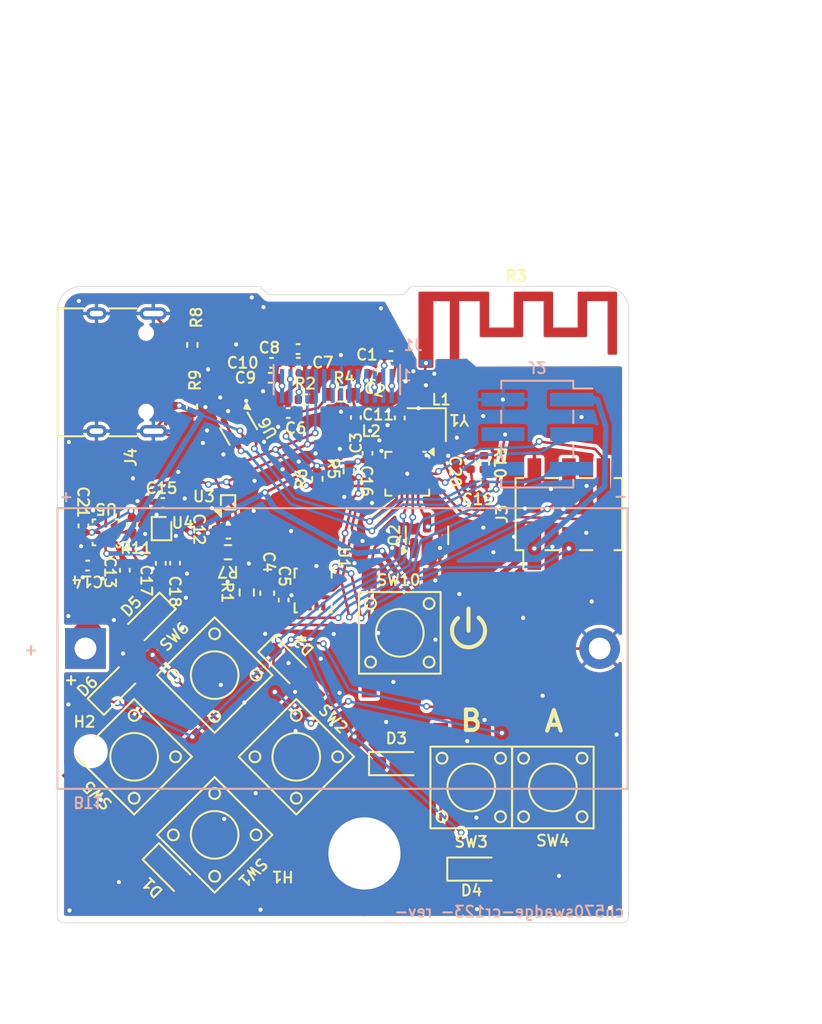
<source format=kicad_pcb>
(kicad_pcb (version 20241229) (generator "pcbnew") (generator_version "9.0")
  (layers (0 "F.Cu" signal) (2 "B.Cu" signal) (13 "F.Paste" user) (15 "B.Paste" user) (5 "F.SilkS" user "F.Silkscreen") (7 "B.SilkS" user "B.Silkscreen") (1 "F.Mask" user) (3 "B.Mask" user) (25 "Edge.Cuts" user))
  (net 0 "")
  (net 1 "+BATT")
  (net 2 "GND")
  (net 3 "+5V")
  (net 4 "VDD")
  (net 5 "VDDBAT")
  (net 6 "LED")
  (net 7 "PA11")
  (net 8 "SWD")
  (net 9 "PA10")
  (net 10 "SWCLK")
  (net 11 "SCL")
  (net 12 "SDA")
  (net 13 "PWRINT")
  (net 14 "Net-(U3-VDD)")
  (net 15 "Net-(U5-VDD)")
  (net 16 "OLEDRES")
  (net 17 "Net-(J1-Pin_1)")
  (net 18 "Net-(J1-Pin_2)")
  (net 19 "Net-(J1-Pin_4)")
  (net 20 "Net-(J1-Pin_3)")
  (net 21 "Net-(U1-VDD)")
  (net 22 "Net-(J1-Pin_13)")
  (net 23 "Net-(J1-Pin_14)")
  (net 24 "Net-(C11-Pad1)")
  (net 25 "Net-(U2-ANT)")
  (net 26 "Net-(D1-A)")
  (net 27 "CP_1")
  (net 28 "Net-(D2-A)")
  (net 29 "CP_2")
  (net 30 "Net-(D3-A)")
  (net 31 "CP_0")
  (net 32 "Net-(D4-A)")
  (net 33 "Net-(D5-A)")
  (net 34 "Net-(D6-A)")
  (net 36 "Net-(J1-Pin_12)")
  (net 37 "PA6")
  (net 39 "Net-(J4-CC2)")
  (net 40 "Net-(J4-CC1)")
  (net 42 "Net-(J1-Pin_5)")
  (net 47 "Net-(U2-XI)")
  (net 48 "Net-(U2-XO)")
  (net 51 "VMON")
  (footprint "Resistor_SMD:R_0603_1608Metric" (layer "F.Cu") (at 83 53.675 90)
    (property "Reference" "R1")
    (property "Value" "33Ω")
  )
  (footprint "Capacitor_SMD:C_0402_1005Metric" (layer "F.Cu") (at 77.73 51.52 -90)
    (property "Reference" "C18")
    (property "Value" "1u")
  )
  (footprint "Diode_SMD:D_SOD-323_HandSoldering" (layer "F.Cu") (at 94 66.25)
    (property "Reference" "D3")
    (property "Value" "1N4148WS")
  )
  (footprint "cnhardware:YTS-D003-1A" (layer "F.Cu") (at 80.64 59.747437 135)
    (property "Reference" "SW6")
    (property "Value" "YTS-D003-1A")
  )
  (footprint "Resistor_SMD:R_0603_1608Metric" (layer "F.Cu") (at 89.865 39.12 180)
    (property "Reference" "R4")
    (property "Value" "JMP")
  )
  (footprint "Capacitor_SMD:C_0402_1005Metric" (layer "F.Cu") (at 99.451819 44.133421 -90)
    (property "Reference" "C20")
    (property "Value" "0.1u")
  )
  (footprint "Resistor_SMD:R_0402_1005Metric" (layer "F.Cu") (at 74.57 48.729999 90)
    (property "Reference" "R11")
    (property "Value" "5.1k")
  )
  (footprint "Capacitor_SMD:C_0603_1608Metric" (layer "F.Cu") (at 84.5 53.724999 90)
    (property "Reference" "C4")
    (property "Value" "22μF")
  )
  (footprint "Capacitor_SMD:C_0402_1005Metric" (layer "F.Cu") (at 85.71 54.23 90)
    (property "Reference" "C5")
    (property "Value" "0.1μF")
  )
  (footprint "cnhardware:YTS-D003-1A" (layer "F.Cu") (at 86.64 65.747437 45)
    (property "Reference" "SW2")
    (property "Value" "YTS-D003-1A")
  )
  (footprint "Capacitor_SMD:C_0402_1005Metric" (layer "F.Cu") (at 70.995 48.779999 90)
    (property "Reference" "C21")
    (property "Value" "1u")
  )
  (footprint "Capacitor_SMD:C_0402_1005Metric" (layer "F.Cu") (at 74.04 52.04 -90)
    (property "Reference" "C13")
    (property "Value" "4.7u")
  )
  (footprint "Capacitor_SMD:C_0402_1005Metric" (layer "F.Cu") (at 76.83 47.1 180)
    (property "Reference" "C15")
    (property "Value" "4.7u")
  )
  (footprint "Resistor_SMD:R_0402_1005Metric" (layer "F.Cu") (at 79.000001 35.49 90)
    (property "Reference" "R8")
    (property "Value" "5.1k")
  )
  (footprint "cnhardware:WLCSP-9-P0.5mm" (layer "F.Cu") (at 72.62 49.259999 180)
    (property "Reference" "U5")
    (property "Value" "AW32001")
  )
  (footprint "Package_DFN_QFN:QFN-20-1EP_3x3mm_P0.4mm_EP1.65x1.65mm" (layer "F.Cu") (at 94.8 44.95 -90)
    (property "Reference" "U2" (hide yes))
    (property "Value" "CH572D")
  )
  (footprint "Resistor_SMD:R_0402_1005Metric" (layer "F.Cu") (at 90.499998 44.774999 90)
    (property "Reference" "R5")
    (property "Value" "5.1k")
  )
  (footprint "cnhardware:LGA-14_3x2.5mm_P0.5mm_LayoutBorder3x4y_EVEN_PADS" (layer "F.Cu") (at 87.8775 53.53 -90)
    (property "Reference" "U1")
    (property "Value" "~")
  )
  (footprint "Diode_SMD:D_SOD-323_HandSoldering" (layer "F.Cu") (at 85.866117 58.866117 -45)
    (property "Reference" "D2")
    (property "Value" "1N4148WS")
  )
  (footprint "Capacitor_SMD:C_0402_1005Metric" (layer "F.Cu") (at 92.4 37.7 -15)
    (property "Reference" "C2")
    (property "Value" "1u")
  )
  (footprint "Resistor_SMD:R_0402_1005Metric" (layer "F.Cu") (at 100.431818 44.133424 -90)
    (property "Reference" "R10")
    (property "Value" "5.1k")
  )
  (footprint "Capacitor_SMD:C_0402_1005Metric" (layer "F.Cu") (at 100.08 45.73 180)
    (property "Reference" "C19")
    (property "Value" "4.7u")
  )
  (footprint "cnhardware:YTS-D003-1A" (layer "F.Cu") (at 80.64 71.484874 135)
    (property "Reference" "SW1")
    (property "Value" "YTS-D003-1A")
  )
  (footprint "Connector_PinHeader_2.54mm:PinHeader_2x03_P2.54mm_Vertical_SMD" (layer "F.Cu") (at 106.68 47.914998 90)
    (property "Reference" "J3")
    (property "Value" "SAO")
  )
  (footprint "Capacitor_SMD:C_0402_1005Metric" (layer "F.Cu") (at 71.3 51.7 180)
    (property "Reference" "C14")
    (property "Value" "4.7u")
  )
  (footprint "Resistor_SMD:R_0402_1005Metric" (layer "F.Cu") (at 88.189999 45.33 90)
    (property "Reference" "R6")
    (property "Value" "5.1k")
  )
  (footprint "Capacitor_SMD:C_0402_1005Metric" (layer "F.Cu") (at 94.250002 40.850001 -90)
    (property "Reference" "C11")
    (property "Value" "22pF")
  )
  (footprint "Capacitor_SMD:C_0402_1005Metric" (layer "F.Cu") (at 86.78 36.8)
    (property "Reference" "C7")
    (property "Value" "1u")
  )
  (footprint "cnhardware:YTS-D003-1A" (layer "F.Cu") (at 74.720583 65.747437 45)
    (property "Reference" "SW5")
    (property "Value" "YTS-D003-1A")
  )
  (footprint "cnhardware:USB_C_MOD_Receptacle_HRO_TYPE-C-31-M-12" (layer "F.Cu") (at 73 37.5 -90)
    (property "Reference" "J4")
    (property "Value" "USB_C_Receptacle_USB2.0_16P")
  )
  (footprint "Capacitor_SMD:C_0402_1005Metric" (layer "F.Cu") (at 91.02 40.82 -90)
    (property "Reference" "C3")
    (property "Value" "1u")
  )
  (footprint "Capacitor_SMD:C_0402_1005Metric" (layer "F.Cu") (at 91.874999 43.444998 90)
    (property "Reference" "C16")
    (property "Value" "0.1u")
  )
  (footprint "Diode_SMD:D_SOD-323_HandSoldering" (layer "F.Cu") (at 75.766117 55.703883 -135)
    (property "Reference" "D5")
    (property "Value" "1N4148WS")
  )
  (footprint "Capacitor_SMD:C_0402_1005Metric" (layer "F.Cu") (at 86.77 35.79)
    (property "Reference" "C8")
    (property "Value" "1u")
  )
  (footprint "Capacitor_SMD:C_0402_1005Metric" (layer "F.Cu") (at 93.6 36.3)
    (property "Reference" "C1")
    (property "Value" "1u")
  )
  (footprint "Capacitor_SMD:C_0402_1005Metric" (layer "F.Cu") (at 76.68 51.53 -90)
    (property "Reference" "C17")
    (property "Value" "0.1u")
  )
  (footprint "cnhardware:YTS-D003-1A" (layer "F.Cu") (at 105.5 68 90)
    (property "Reference" "SW4")
    (property "Value" "YTS-D003-1A")
  )
  (footprint "cnhardware:YTS-D003-1A" (layer "F.Cu") (at 99.5 68 90)
    (property "Reference" "SW3")
    (property "Value" "YTS-D003-1A")
  )
  (footprint "Resistor_SMD:R_0603_1608Metric" (layer "F.Cu") (at 81.62 50.72 180)
    (property "Reference" "R7")
    (property "Value" "33Ω")
  )
  (footprint "Diode_SMD:D_SOD-323_HandSoldering" (layer "F.Cu") (at 99.75 74)
    (property "Reference" "D4")
    (property "Value" "1N4148WS")
  )
  (footprint "Inductor_SMD:L_0402_1005Metric" (layer "F.Cu") (at 95.245002 39.28)
    (property "Reference" "L1")
    (property "Value" "L")
  )
  (footprint "MountingHole:MountingHole_2.1mm" (layer "F.Cu") (at 71.535001 65.335004 180)
    (property "Reference" "H2")
    (property "Value" "BATTMOUNT")
  )
  (footprint "Capacitor_SMD:C_0402_1005Metric" (layer "F.Cu") (at 84.82 36.8 180)
    (property "Reference" "C10")
    (property "Value" "1u")
  )
  (footprint "Capacitor_SMD:C_0402_1005Metric" (layer "F.Cu") (at 84.72 37.9 180)
    (property "Reference" "C9")
    (property "Value" "4.7u")
  )
  (footprint "Crystal:Crystal_SMD_2016-4Pin_2.0x1.6mm" (layer "F.Cu") (at 96.225 41.35 180)
    (property "Reference" "Y1")
    (property "Value" "32MHz")
  )
  (footprint "Inductor_SMD:L_0402_1005Metric" (layer "F.Cu") (at 93.75 42.225 180)
    (property "Reference" "L2")
    (property "Value" "L")
  )
  (footprint "Diode_SMD:D_SOD-323_HandSoldering" (layer "F.Cu") (at 73.32 60.65 45)
    (property "Reference" "D6")
    (property "Value" "1N4148WS")
  )
  (footprint "Package_TO_SOT_SMD:SOT-23" (layer "F.Cu") (at 96.25 49.47 90)
    (property "Reference" "Q2")
    (property "Value" "2N7002")
  )
  (footprint "Capacitor_SMD:C_0603_1608Metric" (layer "F.Cu") (at 81.649999 49.204999 180)
    (property "Reference" "C12")
    (property "Value" "22μF")
  )
  (footprint "cnhardware:R_0402_1005Metric_COMPACT" (layer "F.Cu") (at 87.3 39.5)
    (property "Reference" "R2")
    (property "Value" "390k" (hide yes))
  )
  (footprint "Package_BGA:WLP-4_0.83x0.83mm_P0.4mm" (layer "F.Cu") (at 81.624999 47.050001 90)
    (property "Reference" "U3")
    (property "Value" "QMC6309")
  )
  (footprint "cnhardware:YTS-D003-1A" (layer "F.Cu") (at 94.249999 56.640001 90)
    (property "Reference" "SW10")
    (property "Value" "YTS-D003-1A")
  )
  (footprint "MountingHole:MountingHole_5.3mm_M5_DIN965_Pad" (layer "F.Cu") (at 91.65 72.85 180)
    (property "Reference" "H1")
    (property "Value" "HOLE")
  )
  (footprint "Capacitor_SMD:C_0402_1005Metric" (layer "F.Cu") (at 86.046818 40.493422 180)
    (property "Reference" "C6")
    (property "Value" "0.1μF")
  )
  (footprint "Diode_SMD:D_SOD-323_HandSoldering" (layer "F.Cu") (at 77.366117 74.116117 -45)
    (property "Reference" "D1")
    (property "Value" "1N4148WS")
  )
  (footprint "Resistor_SMD:R_0402_1005Metric" (layer "F.Cu") (at 78.97 40.02 -90)
    (property "Reference" "R9")
    (property "Value" "5.1k")
  )
  (footprint "RF_Antenna:Texas_SWRA117D_2.4GHz_Right" (layer "F.Cu") (at 98.271817 36.818421)
    (property "Reference" "R3")
    (property "Value" "R")
  )
  (footprint "Package_TO_SOT_SMD:SOT-363_SC-70-6" (layer "F.Cu") (at 82.402083 41.647724 -60)
    (property "Reference" "U6")
    (property "Value" "USBLC6-2SC6")
  )
  (footprint "cnhardware:xdfn-reg" (layer "F.Cu") (at 76.734997 48.975001 180)
    (property "Reference" "U4")
    (property "Value" "MG6229D4-28")
  )
  (footprint "cnhardware:RB066-6448TSWHG01" (layer "B.Cu") (at 89.621819 38.5 180)
    (property "Reference" "J1")
    (property "Value" "RB066-6448TSWHG01")
  )
  (footprint "Connector_PinHeader_2.54mm:PinHeader_2x03_P2.54mm_Vertical_SMD" (layer "B.Cu") (at 104.355 42.04 180)
    (property "Reference" "J2")
    (property "Value" "PGM")
  )
  (footprint "Battery:BatteryHolder_Bulgin_BX0123_1xCR123" (layer "B.Cu") (at 71.14 57.790002)
    (property "Reference" "BT1")
    (property "Value" "Battery")
  )
  (gr_arc (start 100.049082 55.52992) (mid 99.319906 57.698633) (end 98.52 55.555) (stroke (width 0.3)) (layer "F.SilkS"))
  (gr_line (start 99.3 56.485) (end 99.3 54.855) (stroke (width 0.3)) (layer "F.SilkS"))
  (gr_line (start 110.57182 77.943423) (end 69.571822 77.943421) (stroke (width 0.05)) (layer "Edge.Cuts"))
  (gr_arc (start 69.571822 77.943421) (mid 69.218268 77.796977) (end 69.071819 77.443424) (stroke (width 0.05)) (layer "Edge.Cuts"))
  (gr_arc (start 109.334383 31.18086) (mid 110.571818 31.693421) (end 111.084383 32.930859) (stroke (width 0.05)) (layer "Edge.Cuts"))
  (gr_line (start 84.6 31.8) (end 84 31.193423) (stroke (width 0.05)) (layer "Edge.Cuts"))
  (gr_arc (start 111.07182 77.443421) (mid 110.925374 77.796976) (end 110.571819 77.943424) (stroke (width 0.05)) (layer "Edge.Cuts"))
  (gr_line (start 94.5 31.8) (end 84.6 31.8) (stroke (width 0.05)) (layer "Edge.Cuts"))
  (gr_arc (start 69.07182 32.943421) (mid 69.584381 31.705984) (end 70.82182 31.193423) (stroke (width 0.05)) (layer "Edge.Cuts"))
  (gr_line (start 70.82182 31.193421) (end 84 31.193423) (stroke (width 0.05)) (layer "Edge.Cuts"))
  (gr_line (start 109.3344 31.18086) (end 95.071817 31.18086) (stroke (width 0.05)) (layer "Edge.Cuts"))
  (gr_line (start 69.071819 77.443422) (end 69.07182 32.943421) (stroke (width 0.05)) (layer "Edge.Cuts"))
  (gr_line (start 111.07182 77.443421) (end 111.084382 32.930821) (stroke (width 0.05)) (layer "Edge.Cuts"))
  (gr_line (start 95.071817 31.18086) (end 94.5 31.8) (stroke (width 0.05)) (layer "Edge.Cuts"))
  (gr_text "A" (at 104.74 64.02 0) (layer "F.SilkS") (effects (font (size 1.5 1.5) (thickness 0.3) (bold yes)) (justify left bottom)))
  (gr_text "+" (at 70.68 59.72 180) (layer "F.SilkS") (effects (font (size 0.8 0.8)) (justify left bottom)))
  (gr_text "B" (at 98.56 63.97 0) (layer "F.SilkS") (effects (font (size 1.5 1.5) (thickness 0.3) (bold yes)) (justify left bottom)))
  (gr_text "-" (at 109.9 46.24 180) (layer "B.SilkS") (effects (font (size 0.8 0.8)) (justify left bottom mirror)))
  (gr_text "ch570swadge-cr123- rev-" (at 110.84 77.59 0) (layer "B.SilkS") (effects (font (size 0.8 0.8) (thickness 0.15) (bold yes)) (justify left bottom mirror)))
  (gr_text "+" (at 69.13 46.26 -180) (layer "B.SilkS") (effects (font (size 0.8 0.8)) (justify left bottom mirror)))
  (segment (start 71.65 50.2) (end 71.56 50.69) (width 0.3) (layer "F.Cu") (net 1))
  (segment (start 72.12 49.759999) (end 71.65 50.2) (width 0.25) (layer "F.Cu") (net 1))
  (segment (start 71.56 50.69) (end 71.78 51.7) (width 0.3) (layer "F.Cu") (net 1))
  (segment (start 71.14 57.790002) (end 71.78 51.7) (width 0.4) (layer "F.Cu") (net 1))
  (segment (start 80.43 47.48) (end 81.01 47.69) (width 0.19) (layer "F.Cu") (net 2))
  (segment (start 90.72177 41.43823) (end 89.93 40.39) (width 0.19) (layer "F.Cu") (net 2))
  (segment (start 70.95 52.56) (end 70.82 51.7) (width 0.19) (layer "F.Cu") (net 2))
  (segment (start 76.68 52.01) (end 76.08 51.91) (width 0.19) (layer "F.Cu") (net 2))
  (segment (start 81.01 47.69) (end 81.424999 47.250001) (width 0.19) (layer "F.Cu") (net 2))
  (segment (start 77.044996 34.250001) (end 78.5 34.37) (width 0.19) (layer "F.Cu") (net 2))
  (segment (start 76.734997 48.975001) (end 76.384997 48.465001) (width 0.19) (layer "F.Cu") (net 2))
  (segment (start 85 38.9) (end 85.177862 39.4) (width 0.19) (layer "F.Cu") (net 2))
  (segment (start 87.8 39.4) (end 87.527923 38.09) (width 0.19) (layer "F.Cu") (net 2))
  (segment (start 78.969998 40.529999) (end 79.96 40.05) (width 0.19) (layer "F.Cu") (net 2))
  (segment (start 77.044996 34.250001) (end 76.130001 33.180002) (width 0.19) (layer "F.Cu") (net 2))
  (segment (start 95.73 39.28) (end 95.524999 40.8) (width 0.19) (layer "F.Cu") (net 2))
  (segment (start 95.524999 40.8) (end 96.925001 41.9) (width 0.19) (layer "F.Cu") (net 2))
  (segment (start 86.15 38.85) (end 85.177862 39.4) (width 0.19) (layer "F.Cu") (net 2))
  (segment (start 99.6 45.73) (end 99.451819 44.613421) (width 0.19) (layer "F.Cu") (net 2))
  (segment (start 85.71 53.75) (end 84.5 52.949998) (width 0.19) (layer "F.Cu") (net 2))
  (segment (start 87.627497 52.367499) (end 88.127502 52.367497) (width 0.19) (layer "F.Cu") (net 2))
  (segment (start 79.77 42.69) (end 76.129998 41.819999) (width 0.19) (layer "F.Cu") (net 2))
  (segment (start 86.29 53.879402) (end 86.965 54.03) (width 0.19) (layer "F.Cu") (net 2))
  (segment (start 87.26 36.8) (end 87.25 35.79) (width 0.19) (layer "F.Cu") (net 2))
  (segment (start 70.24 48.93) (end 70.38 48.59) (width 0.19) (layer "F.Cu") (net 2))
  (segment (start 98.63 53.79) (end 101.13 50.72) (width 0.19) (layer "F.Cu") (net 2))
  (segment (start 103.368819 48.525226) (end 102.65 49.58) (width 0.19) (layer "F.Cu") (net 2))
  (segment (start 84.654545 38.445455) (end 84.745227 38.564773) (width 0.19) (layer "F.Cu") (net 2))
  (segment (start 72.9 52.52) (end 72.4 52.65) (width 0.19) (layer "F.Cu") (net 2))
  (segment (start 84.34 36.8) (end 84.24 37.9) (width 0.19) (layer "F.Cu") (net 2))
  (segment (start 78.5 34.37) (end 79.000002 34.98) (width 0.19) (layer "F.Cu") (net 2))
  (segment (start 95.34 49.11) (end 93.37 49.13) (width 0.19) (layer "F.Cu") (net 2))
  (segment (start 70.82 51.7) (end 70.22 49.53) (width 0.19) (layer "F.Cu") (net 2))
  (segment (start 93.265002 42.225) (end 91.874999 42.964998) (width 0.19) (layer "F.Cu") (net 2))
  (segment (start 86.965 53.53) (end 86.965 54.03) (width 0.19) (layer "F.Cu") (net 2))
  (segment (start 76.68 52.01) (end 77.73 52) (width 0.19) (layer "F.Cu") (net 2))
  (segment (start 85.71 53.75) (end 86.29 53.879402) (width 0.19) (layer "F.Cu") (net 2))
  (segment (start 81.927083 40.824999) (end 81.63 40.35) (width 0.19) (layer "F.Cu") (net 2))
  (segment (start 99.13 36.82) (end 101.83 39.5) (width 0.19) (layer "F.Cu") (net 2))
  (segment (start 87.527923 38.09) (end 86.55 38.49) (width 0.19) (layer "F.Cu") (net 2))
  (segment (start 80.874998 49.204999) (end 81.01 47.69) (width 0.19) (layer "F.Cu") (net 2))
  (segment (start 72.12 48.759999) (end 70.995 48.299999) (width 0.19) (layer "F.Cu") (net 2))
  (segment (start 88.127502 52.367497) (end 88.12 51.73) (width 0.19) (layer "F.Cu") (net 2))
  (segment (start 95.83 49.55) (end 95.34 49.11) (width 0.19) (layer "F.Cu") (net 2))
  (segment (start 70.38 48.59) (end 70.995 48.299999) (width 0.19) (layer "F.Cu") (net 2))
  (segment (start 108.94 57.790002) (end 96.5 57.84) (width 0.19) (layer "F.Cu") (net 2))
  (segment (start 77.045 40.75) (end 78.969998 40.529999) (width 0.19) (layer "F.Cu") (net 2))
  (segment (start 96.5 60.25) (end 96.5 57.84) (width 0.19) (layer "F.Cu") (net 2))
  (segment (start 84.24 37.9) (end 84.654545 38.445455) (width 0.19) (layer "F.Cu") (net 2))
  (segment (start 89.92 36.23) (end 87.25 35.79) (width 0.19) (layer "F.Cu") (net 2))
  (segment (start 87.627497 52.367499) (end 88.6275 52.367501) (width 0.19) (layer "F.Cu") (net 2))
  (segment (start 104.989679 48.579567) (end 103.368819 48.525226) (width 0.19) (layer "F.Cu") (net 2))
  (segment (start 105.47 50.32) (end 104.989679 48.579567) (width 0.19) (layer "F.Cu") (net 2))
  (segment (start 91.874999 42.964998) (end 90.72177 41.43823) (width 0.19) (layer "F.Cu") (net 2))
  (segment (start 91.66 72.96) (end 93.96 66.63) (width 0.19) (layer "F.Cu") (net 2))
  (segment (start 99.451819 44.613421) (end 97.81 43.63) (width 0.19) (layer "F.Cu") (net 2))
  (segment (start 98.271817 36.818421) (end 99.13 36.82) (width 0.19) (layer "F.Cu") (net 2))
  (segment (start 98.63 53.79) (end 96.499999 52.250001) (width 0.19) (layer "F.Cu") (net 2))
  (segment (start 70.22 49.53) (end 70.24 48.93) (width 0.19) (layer "F.Cu") (net 2))
  (segment (start 96.499999 52.250001) (end 96.86 52.79) (width 0.19) (layer "F.Cu") (net 2))
  (segment (start 72.9 52.52) (end 74.04 52.52) (width 0.19) (layer "F.Cu") (net 2))
  (segment (start 84.745227 38.564773) (end 85 38.9) (width 0.19) (layer "F.Cu") (net 2))
  (segment (start 76.384997 48.465001) (end 76.35 47.1) (width 0.19) (layer "F.Cu") (net 2))
  (segment (start 95.73 39.28) (end 99.461227 37.148773) (width 0.19) (layer "F.Cu") (net 2))
  (segment (start 85.177862 39.4) (end 85.566818 40.493422) (width 0.19) (layer "F.Cu") (net 2))
  (segment (start 87.527923 38.09) (end 87.26 36.8) (width 0.19) (layer "F.Cu") (net 2))
  (segment (start 76.129998 41.819999) (end 77.045 40.75) (width 0.19) (layer "F.Cu") (net 2))
  (segment (start 96.5 57.84) (end 96.87 57.14) (width 0.19) (layer "F.Cu") (net 2))
  (segment (start 84.2 38.89) (end 84.654545 38.445455) (width 0.19) (layer "F.Cu") (net 2))
  (segment (start 104.14 45.389998) (end 101.51 47.36) (width 0.19) (layer "F.Cu") (net 2))
  (segment (start 93.96 66.63) (end 93.96 64.4) (width 0.19) (layer "F.Cu") (net 2))
  (segment (start 86.55 38.49) (end 86.15 38.85) (width 0.19) (layer "F.Cu") (net 2))
  (segment (start 96.499999 52.250001) (end 97.2 50.4075) (width 0.19) (layer "F.Cu") (net 2))
  (segment (start 97.2 50.4075) (end 95.83 49.55) (width 0.19) (layer "F.Cu") (net 2))
  (segment (start 80.874998 49.204999) (end 80.14 49.31) (width 0.19) (layer "F.Cu") (net 2))
  (segment (start 99.99 47.37) (end 99.6 45.73) (width 0.19) (layer "F.Cu") (net 2))
  (segment (start 79.000002 34.98) (end 84.34 36.8) (width 0.19) (layer "F.Cu") (net 2))
  (segment (start 78.6 52.29) (end 77.73 52) (width 0.19) (layer "F.Cu") (net 2))
  (segment (start 93.96 64.4) (end 96.5 60.25) (width 0.19) (layer "F.Cu") (net 2))
  (segment (start 101.51 47.36) (end 99.99 47.37) (width 0.19) (layer "F.Cu") (net 2))
  (segment (start 91.02 41.3) (end 90.72177 41.43823) (width 0.19) (layer "F.Cu") (net 2))
  (via (at 82.83 61.76) (size 0.5) (drill 0.3) (layers "F.Cu" "B.Cu") (net 2))
  (via (at 78.44 46.77) (size 0.5) (drill 0.3) (layers "F.Cu" "B.Cu") (net 2))
  (via (at 84.23 32.71) (size 0.5) (drill 0.3) (layers "F.Cu" "B.Cu") (net 2))
  (via (at 79.96 40.05) (size 0.5) (drill 0.3) (layers "F.Cu" "B.Cu") (net 2))
  (via (at 92.9 43.27) (size 0.5) (drill 0.3) (layers "F.Cu" "B.Cu") (net 2))
  (via (at 97.81 43.63) (size 0.5) (drill 0.3) (layers "F.Cu" "B.Cu") (net 2))
  (via (at 78.53 54.06) (size 0.5) (drill 0.3) (layers "F.Cu" "B.Cu") (net 2))
  (via (at 88.06 43.46) (size 0.5) (drill 0.3) (layers "F.Cu" "B.Cu") (net 2))
  (via (at 69.89 61.9) (size 0.5) (drill 0.3) (layers "F.Cu" "B.Cu") (net 2))
  (via (at 99.92 76.95) (size 0.5) (drill 0.3) (layers "F.Cu" "B.Cu") (net 2))
  (via (at 85.31 41.5) (size 0.5) (drill 0.3) (layers "F.Cu" "B.Cu") (net 2))
  (via (at 101.13 50.72) (size 0.5) (drill 0.3) (layers "F.Cu" "B.Cu") (net 2))
  (via (at 95.25 37.42) (size 0.5) (drill 0.3) (layers "F.Cu" "B.Cu") (net 2))
  (via (at 80.14 49.31) (size 0.5) (drill 0.3) (layers "F.Cu" "B.Cu") (net 2))
  (via (at 106.28 47.55) (size 0.5) (drill 0.3) (layers "F.Cu" "B.Cu") (net 2))
  (via (at 105.95 74.5) (size 0.5) (drill 0.3) (layers "F.Cu" "B.Cu") (net 2))
  (via (at 90.92 51.52) (size 0.5) (drill 0.3) (layers "F.Cu" "B.Cu") (net 2))
  (via (at 86.26 49.16) (size 0.5) (drill 0.3) (layers "F.Cu" "B.Cu") (net 2))
  (via (at 107.96 49.29) (size 0.5) (drill 0.3) (layers "F.Cu" "B.Cu") (net 2))
  (via (at 81.63 40.35) (size 0.5) (drill 0.3) (layers "F.Cu" "B.Cu") (net 2))
  (via (at 73.23 55.7) (size 0.5) (drill 0.3) (layers "F.Cu" "B.Cu") (net 2))
  (via (at 81.09 60.46) (size 0.5) (drill 0.3) (layers "F.Cu" "B.Cu") (net 2))
  (via (at 73.6 74.96) (size 0.5) (drill 0.3) (layers "F.Cu" "B.Cu") (net 2))
  (via (at 100.39 48.91) (size 0.5) (drill 0.3) (layers "F.Cu" "B.Cu") (net 2))
  (via (at 80.08 41.77) (size 0.5) (drill 0.3) (layers "F.Cu" "B.Cu") (net 2))
  (via (at 96.86 52.79) (size 0.5) (drill 0.3) (layers "F.Cu" "B.Cu") (net 2))
  (via (at 80.43 47.48) (size 0.5) (drill 0.3) (layers "F.Cu" "B.Cu") (net 2))
  (via (at 92.21 47.1) (size 0.5) (drill 0.3) (layers "F.Cu" "B.Cu") (net 2))
  (via (at 80.16 37.28) (size 0.5) (drill 0.3) (layers "F.Cu" "B.Cu") (net 2))
  (via (at 88.44 58.54) (size 0.5) (drill 0.3) (layers "F.Cu" "B.Cu") (net 2))
  (via (at 109.69 76.85) (size 0.5) (drill 0.3) (layers "F.Cu" "B.Cu") (net 2))
  (via (at 79.77 42.69) (size 0.5) (drill 0.3) (layers "F.Cu" "B.Cu") (net 2))
  (via (at 81.59 52.88) (size 0.5) (drill 0.3) (layers "F.Cu" "B.Cu") (net 2))
  (via (at 81.28 43.53) (size 0.5) (drill 0.3) (layers "F.Cu" "B.Cu") (net 2))
  (via (at 88.12 51.73) (size 0.5) (drill 0.3) (layers "F.Cu" "B.Cu") (net 2))
  (via (at 96.87 57.14) (size 0.5) (drill 0.3) (layers "F.Cu" "B.Cu") (net 2))
  (via (at 69.93 42.62) (size 0.5) (drill 0.3) (layers "F.Cu" "B.Cu") (net 2))
  (via (at 82.962829 39.592829) (size 0.5) (drill 0.3) (layers "F.Cu" "B.Cu") (net 2))
  (via (at 103.45 47.5) (size 0.5) (drill 0.3) (layers "F.Cu" "B.Cu") (net 2))
  (via (at 86.55 60.98) (size 0.5) (drill 0.3) (layers "F.Cu" "B.Cu") (net 2))
  (via (at 89.39 56.73) (size 0.5) (drill 0.3) (layers "F.Cu" "B.Cu") (net 2))
  (via (at 86.29 53.879402) (size 0.5) (drill 0.3) (layers "F.Cu" "B.Cu") (net 2))
  (via (at 77.97 44.82) (size 0.5) (drill 0.3) (layers "F.Cu" "B.Cu") (net 2))
  (via (at 107.61 40.78) (size 0.5) (drill 0.3) (layers "F.Cu" "B.Cu") (net 2))
  (via (at 84.35 56.72) (size 0.5) (drill 0.3) (layers "F.Cu" "B.Cu") (net 2))
  (via (at 93.78 60.25) (size 0.5) (drill 0.3) (layers "F.Cu" "B.Cu") (net 2))
  (via (at 98.63 53.79) (size 0.5) (drill 0.3) (layers "F.Cu" "B.Cu") (net 2))
  (via (at 108.35 54.34) (size 0.5) (drill 0.3) (layers "F.Cu" "B.Cu") (net 2))
  (via (at 101.83 39.5) (size 0.5) (drill 0.3) (layers "F.Cu" "B.Cu") (net 2))
  (via (at 85.63 44.63) (size 0.5) (drill 0.3) (layers "F.Cu" "B.Cu") (net 2))
  (via (at 93.25 63.19) (size 0.5) (drill 0.3) (layers "F.Cu" "B.Cu") (net 2))
  (via (at 86.77 41.69) (size 0.5) (drill 0.3) (layers "F.Cu" "B.Cu") (net 2))
  (via (at 72.4 52.65) (size 0.5) (drill 0.3) (layers "F.Cu" "B.Cu") (net 2))
  (via (at 73.9 58.16) (size 0.5) (drill 0.3) (layers "F.Cu" "B.Cu") (net 2))
  (via (at 74.63 45.29) (size 0.5) (drill 0.3) (layers "F.Cu" "B.Cu") (net 2))
  (via (at 97.2 50.4075) (size 0.5) (drill 0.3) (layers "F.Cu" "B.Cu") (net 2))
  (via (at 96.79 37.6) (size 0.5) (drill 0.3) (layers "F.Cu" "B.Cu") (net 2))
  (via (at 93.37 49.13) (size 0.5) (drill 0.3) (layers "F.Cu" "B.Cu") (net 2))
  (via (at 70.65 32.25) (size 0.5) (drill 0.3) (layers "F.Cu" "B.Cu") (net 2))
  (via (at 83.152062 51.547938) (size 0.5) (drill 0.3) (layers "F.Cu" "B.Cu") (net 2))
  (via (at 91.51 49.89) (size 0.5) (drill 0.3) (layers "F.Cu" "B.Cu") (net 2))
  (via (at 105.47 50.32) (size 0.5) (drill 0.3) (layers "F.Cu" "B.Cu") (net 2))
  (via (at 107.98 45.84) (size 0.5) (drill 0.3) (layers "F.Cu" "B.Cu") (net 2))
  (via (at 81.05 39.35) (size 0.5) (drill 0.3) (layers "F.Cu" "B.Cu") (net 2))
  (via (at 75.53 49.37) (size 0.5) (drill 0.3) (layers "F.Cu" "B.Cu") (net 2))
  (via (at 99.21 64.6) (size 0.5) (drill 0.3) (layers "F.Cu" "B.Cu") (net 2))
  (via (at 103.32 55.54) (size 0.5) (drill 0.3) (layers "F.Cu" "B.Cu") (net 2))
  (via (at 86.59 63.85) (size 0.5) (drill 0.3) (layers "F.Cu" "B.Cu") (net 2))
  (via (at 76.08 51.91) (size 0.5) (drill 0.3) (layers "F.Cu" "B.Cu") (net 2))
  (via (at 81.34 70.31) (size 0.5) (drill 0.3) (layers "F.Cu" "B.Cu") (net 2))
  (via (at 76.372049 47.96) (size 0.5) (drill 0.3) (layers "F.Cu" "B.Cu") (net 2))
  (via (at 110.19 64.11) (size 0.5) (drill 0.3) (layers "F.Cu" "B.Cu") (net 2))
  (via (at 95.614013 40.14) (size 0.5) (drill 0.3) (layers "F.Cu" "B.Cu") (net 2))
  (via (at 69.97 77.04) (size 0.5) (drill 0.3) (layers "F.Cu" "B.Cu") (net 2))
  (via (at 93.35 41.38) (size 0.5) (drill 0.3) (layers "F.Cu" "B.Cu") (net 2))
  (via (at 89.84 43.12) (size 0.5) (drill 0.3) (layers "F.Cu" "B.Cu") (net 2))
  (via (at 94.8 44.95) (size 0.5) (drill 0.3) (layers "F.Cu" "B.Cu") (net 2))
  (via (at 92.87 32.8) (size 0.5) (drill 0.3) (layers "F.Cu" "B.Cu") (net 2))
  (via (at 100.48 63.04) (size 0.5) (drill 0.3) (layers "F.Cu" "B.Cu") (net 2))
  (via (at 90.17 46.65) (size 0.5) (drill 0.3) (layers "F.Cu" "B.Cu") (net 2))
  (via (at 101.51 47.36) (size 0.5) (drill 0.3) (layers "F.Cu" "B.Cu") (net 2))
  (via (at 99.88 70.22) (size 0.5) (drill 0.3) (layers "F.Cu" "B.Cu") (net 2))
  (via (at 78.6 52.29) (size 0.5) (drill 0.3) (layers "F.Cu" "B.Cu") (net 2))
  (via (at 74.97 46.96) (size 0.5) (drill 0.3) (layers "F.Cu" "B.Cu") (net 2))
  (via (at 83.37 32) (size 0.5) (drill 0.3) (layers "F.Cu" "B.Cu") (net 2))
  (via (at 104.75 61.26) (size 0.5) (drill 0.3) (layers "F.Cu" "B.Cu") (net 2))
  (via (at 86.07 58.86) (size 0.5) (drill 0.3) (layers "F.Cu" "B.Cu") (net 2))
  (via (at 93.41 40.33) (size 0.5) (drill 0.3) (layers "F.Cu" "B.Cu") (net 2))
  (via (at 102.65 49.58) (size 0.5) (drill 0.3) (layers "F.Cu" "B.Cu") (net 2))
  (via (at 89.93 40.39) (size 0.5) (drill 0.3) (layers "F.Cu" "B.Cu") (net 2))
  (via (at 72.28 68.91) (size 0.5) (drill 0.3) (layers "F.Cu" "B.Cu") (net 2))
  (via (at 70.82 50.28) (size 0.5) (drill 0.3) (layers "F.Cu" "B.Cu") (net 2))
  (via (at 71.7 47.64) (size 0.5) (drill 0.3) (layers "F.Cu" "B.Cu") (net 2))
  (via (at 92.66 56.65) (size 0.5) (drill 0.3) (layers "F.Cu" "B.Cu") (net 2))
  (via (at 84.2 38.89) (size 0.5) (drill 0.3) (layers "F.Cu" "B.Cu") (net 2))
  (via (at 92.07 41.8) (size 0.5) (drill 0.3) (layers "F.Cu" "B.Cu") (net 2))
  (via (at 98.44 42.3) (size 0.5) (drill 0.3) (layers "F.Cu" "B.Cu") (net 2))
  (via (at 93.69 50.4) (size 0.5) (drill 0.3) (layers "F.Cu" "B.Cu") (net 2))
  (via (at 82.22 35.45) (size 0.5) (drill 0.3) (layers "F.Cu" "B.Cu") (net 2))
  (via (at 96.17 38.45) (size 0.5) (drill 0.3) (layers "F.Cu" "B.Cu") (net 2))
  (via (at 83.51 47.68) (size 0.5) (drill 0.3) (layers "F.Cu" "B.Cu") (net 2))
  (via (at 105.36 46.07) (size 0.5) (drill 0.3) (layers "F.Cu" "B.Cu") (net 2))
  (via (at 100.38 40.71) (size 0.5) (drill 0.3) (layers "F.Cu" "B.Cu") (net 2))
  (via (at 94.67 38.17) (size 0.5) (drill 0.3) (layers "F.Cu" "B.Cu") (net 2))
  (via (at 78.26 56.32) (size 0.5) (drill 0.3) (layers "F.Cu" "B.Cu") (net 2))
  (via (at 83.65 68.42) (size 0.5) (drill 0.3) (layers "F.Cu" "B.Cu") (net 2))
  (via (at 81.62 48.57) (size 0.5) (drill 0.3) (layers "F.Cu" "B.Cu") (net 2))
  (via (at 84.01 76.98) (size 0.5) (drill 0.3) (layers "F.Cu" "B.Cu") (net 2))
  (via (at 83.57 45.47) (size 0.5) (drill 0.3) (layers "F.Cu" "B.Cu") (net 2))
  (via (at 89.92 36.23) (size 0.5) (drill 0.3) (layers "F.Cu" "B.Cu") (net 2))
  (via (at 84.27 42.61) (size 0.5) (drill 0.3) (layers "F.Cu" "B.Cu") (net 2))
  (via (at 69.89 55.41) (size 0.5) (drill 0.3) (layers "F.Cu" "B.Cu") (net 2))
  (via (at 86.82 44.06) (size 0.5) (drill 0.3) (layers "F.Cu" "B.Cu") (net 2))
  (via (at 96.22 43.6) (size 0.5) (drill 0.3) (layers "F.Cu" "B.Cu") (net 2))
  (via (at 89.82 61.05) (size 0.5) (drill 0.3) (layers "F.Cu" "B.Cu") (net 2))
  (via (at 86.59 45.94) (size 0.5) (drill 0.3) (layers "F.Cu" "B.Cu") (net 2))
  (via (at 89.2 63.38) (size 0.5) (drill 0.3) (layers "F.Cu" "B.Cu") (net 2))
  (via (at 92.74946 42.49946) (size 0.5) (drill 0.3) (layers "F.Cu" "B.Cu") (net 2))
  (via (at 77.79 49.52) (size 0.5) (drill 0.3) (layers "F.Cu" "B.Cu") (net 2))
  (via (at 70.95 52.56) (size 0.5) (drill 0.3) (layers "F.Cu" "B.Cu") (net 2))
  (segment (start 76.08 51.91) (end 72.4 52.65) (width 0.19) (layer "B.Cu") (net 2))
  (segment (start 82.962829 39.592829) (end 84.2 38.89) (width 0.19) (layer "B.Cu") (net 2))
  (segment (start 76.130001 33.180002) (end 71.949999 33.179999) (width 0.19) (layer "B.Cu") (net 2))
  (segment (start 105.95 47.87) (end 105.81 46.91) (width 0.19) (layer "B.Cu") (net 2))
  (segment (start 86.29 53.879402) (end 83.152062 51.547938) (width 0.19) (layer "B.Cu") (net 2))
  (segment (start 76.129998 41.819999) (end 71.950001 41.820001) (width 0.19) (layer "B.Cu") (net 2))
  (segment (start 72.4 52.65) (end 70.95 52.56) (width 0.19) (layer "B.Cu") (net 2))
  (segment (start 101.13 50.72) (end 102.56 50.14) (width 0.19) (layer "B.Cu") (net 2))
  (segment (start 102.56 50.14) (end 105.95 47.87) (width 0.19) (layer "B.Cu") (net 2))
  (segment (start 80.14 49.31) (end 78.6 52.29) (width 0.19) (layer "B.Cu") (net 2))
  (segment (start 79.96 40.05) (end 81.63 40.35) (width 0.19) (layer "B.Cu") (net 2))
  (segment (start 92.9 43.27) (end 94.8 44.95) (width 0.19) (layer "B.Cu") (net 2))
  (segment (start 78.85 47.666892) (end 79.77 42.69) (width 0.19) (layer "B.Cu") (net 2))
  (segment (start 95.614013 40.14) (end 92.74946 42.49946) (width 0.19) (layer "B.Cu") (net 2))
  (segment (start 105.81 46.91) (end 104.47 46.53) (width 0.19) (layer "B.Cu") (net 2))
  (segment (start 92.74946 42.49946) (end 92.9 43.27) (width 0.19) (layer "B.Cu") (net 2))
  (segment (start 76.372049 47.96) (end 78.85 47.666892) (width 0.19) (layer "B.Cu") (net 2))
  (segment (start 104.47 46.53) (end 101.51 47.36) (width 0.19) (layer "B.Cu") (net 2))
  (segment (start 89.93 40.39) (end 89.931819 38.5) (width 0.19) (layer "B.Cu") (net 2))
  (segment (start 97.81 43.63) (end 95.614013 40.14) (width 0.19) (layer "B.Cu") (net 2))
  (segment (start 88.12 51.73) (end 86.29 53.879402) (width 0.19) (layer "B.Cu") (net 2))
  (segment (start 78.85 47.666892) (end 80.43 47.48) (width 0.19) (layer "B.Cu") (net 2))
  (segment (start 89.97 36.66) (end 89.92 36.23) (width 0.19) (layer "B.Cu") (net 2))
  (segment (start 89.931819 38.5) (end 89.97 36.66) (width 0.19) (layer "B.Cu") (net 2))
  (segment (start 97.2 50.4075) (end 101.51 47.36) (width 0.19) (layer "B.Cu") (net 2))
  (segment (start 81.63 40.35) (end 82.962829 39.592829) (width 0.19) (layer "B.Cu") (net 2))
  (segment (start 83.152062 51.547938) (end 80.14 49.31) (width 0.19) (layer "B.Cu") (net 2))
  (segment (start 96.87 57.14) (end 98.63 53.79) (width 0.19) (layer "B.Cu") (net 2))
  (segment (start 73.47 50.14) (end 73.614507 50.5) (width 0.4) (layer "F.Cu") (net 3))
  (segment (start 73.12 49.759999) (end 73.47 50.14) (width 0.25) (layer "F.Cu") (net 3))
  (segment (start 82.877083 42.470449) (end 82.5 41.8) (width 0.19) (layer "F.Cu") (net 3))
  (segment (start 77.045002 39.949999) (end 75.91 39.72) (width 0.19) (layer "F.Cu") (net 3))
  (segment (start 75.59 35.43) (end 76.19 35.2) (width 0.19) (layer "F.Cu") (net 3))
  (segment (start 75.34 39.21) (end 75.05 38.41) (width 0.19) (layer "F.Cu") (net 3))
  (segment (start 73.614507 50.5) (end 74.04 51.56) (width 0.4) (layer "F.Cu") (net 3))
  (segment (start 78.05 39.94) (end 77.045002 39.949999) (width 0.4) (layer "F.Cu") (net 3))
  (segment (start 75.91 39.72) (end 75.34 39.21) (width 0.19) (layer "F.Cu") (net 3))
  (segment (start 73.614507 50.5) (end 73.84 50.1) (width 0.19) (layer "F.Cu") (net 3))
  (segment (start 75.05 38.41) (end 75.11 35.85) (width 0.19) (layer "F.Cu") (net 3))
  (segment (start 75.11 35.85) (end 75.59 35.43) (width 0.19) (layer "F.Cu") (net 3))
  (segment (start 76.19 35.2) (end 77.045001 35.050002) (width 0.19) (layer "F.Cu") (net 3))
  (via (at 82.5 41.8) (size 0.5) (drill 0.3) (layers "F.Cu" "B.Cu") (net 3))
  (via (at 73.84 50.1) (size 0.5) (drill 0.3) (layers "F.Cu" "B.Cu") (net 3))
  (via (at 78.05 39.94) (size 0.5) (drill 0.3) (layers "F.Cu" "B.Cu") (net 3))
  (segment (start 73.84 50.1) (end 79.693185 40.626815) (width 0.4) (layer "B.Cu") (net 3))
  (segment (start 82.5 41.8) (end 79.693185 40.626815) (width 0.19) (layer "B.Cu") (net 3))
  (segment (start 79.693185 40.626815) (end 78.05 39.94) (width 0.4) (layer "B.Cu") (net 3))
  (segment (start 80.795 50.72) (end 77.161647 48) (width 0.4) (layer "F.Cu") (net 4))
  (segment (start 85.89 42.2) (end 86.526818 40.493422) (width 0.19) (layer "F.Cu") (net 4))
  (segment (start 80.795 50.72) (end 83 52.85) (width 0.19) (layer "F.Cu") (net 4))
  (segment (start 104.14 50.439998) (end 98.81 54.51) (width 0.4) (layer "F.Cu") (net 4))
  (segment (start 91.16 44.04) (end 90.499999 44.264999) (width 0.19) (layer "F.Cu") (net 4))
  (segment (start 86.36 53.01) (end 85.44 51.98) (width 0.19) (layer "F.Cu") (net 4))
  (segment (start 89.04 39.12) (end 88.24 40.12) (width 0.19) (layer "F.Cu") (net 4))
  (segment (start 93.35 44.15) (end 93.350001 44.549999) (width 0.19) (layer "F.Cu") (net 4))
  (segment (start 89.31 38.51) (end 89.04 39.12) (width 0.19) (layer "F.Cu") (net 4))
  (segment (start 86.965 53.029999) (end 87.46 53.03) (width 0.19) (layer "F.Cu") (net 4))
  (segment (start 88.28 54.01) (end 88.79 54.030001) (width 0.19) (layer "F.Cu") (net 4))
  (segment (start 93.350002 44.95) (end 93.350001 44.549999) (width 0.19) (layer "F.Cu") (net 4))
  (segment (start 91.16 44.04) (end 91.874999 43.924998) (width 0.19) (layer "F.Cu") (net 4))
  (segment (start 87.46 53.03) (end 88.28 54.01) (width 0.19) (layer "F.Cu") (net 4))
  (segment (start 84.87 51.89) (end 83.55 52.02) (width 0.19) (layer "F.Cu") (net 4))
  (segment (start 95.02 53.74) (end 92.95 50.62) (width 0.4) (layer "F.Cu") (net 4))
  (segment (start 84.34 46.34) (end 88.16 44.38) (width 0.19) (layer "F.Cu") (net 4))
  (segment (start 85.44 51.98) (end 84.87 51.89) (width 0.19) (layer "F.Cu") (net 4))
  (segment (start 77.161647 48) (end 77.084998 48.464999) (width 0.3) (layer "F.Cu") (net 4))
  (segment (start 93.35 44.15) (end 92.79 44.15) (width 0.19) (layer "F.Cu") (net 4))
  (segment (start 83.55 52.02) (end 83 52.85) (width 0.19) (layer "F.Cu") (net 4))
  (segment (start 88.19 44.82) (end 88.16 44.38) (width 0.19) (layer "F.Cu") (net 4))
  (segment (start 77.31 47.1) (end 77.161647 48) (width 0.3) (layer "F.Cu") (net 4))
  (segment (start 88.24 40.12) (end 86.526818 40.493422) (width 0.19) (layer "F.Cu") (net 4))
  (segment (start 92.79 44.15) (end 91.874999 43.924998) (width 0.19) (layer "F.Cu") (net 4))
  (segment (start 86.965 53.029999) (end 86.36 53.01) (width 0.19) (layer "F.Cu") (net 4))
  (segment (start 98.81 54.51) (end 95.02 53.74) (width 0.4) (layer "F.Cu") (net 4))
  (via (at 88.16 44.38) (size 0.5) (drill 0.3) (layers "F.Cu" "B.Cu") (net 4))
  (via (at 91.16 44.04) (size 0.5) (drill 0.3) (layers "F.Cu" "B.Cu") (net 4))
  (via (at 85.89 42.2) (size 0.5) (drill 0.3) (layers "F.Cu" "B.Cu") (net 4))
  (via (at 104.14 50.439998) (size 0.5) (drill 0.3) (layers "F.Cu" "B.Cu") (net 4))
  (via (at 92.95 50.62) (size 0.5) (drill 0.3) (layers "F.Cu" "B.Cu") (net 4))
  (via (at 78.859188 49.270812) (size 0.5) (drill 0.3) (layers "F.Cu" "B.Cu") (net 4))
  (via (at 89.31 38.51) (size 0.5) (drill 0.3) (layers "F.Cu" "B.Cu") (net 4))
  (via (at 84.34 46.34) (size 0.5) (drill 0.3) (layers "F.Cu" "B.Cu") (net 4))
  (segment (start 88.16 44.38) (end 91.16 44.04) (width 0.19) (layer "B.Cu") (net 4))
  (segment (start 106.88 39.5) (end 108.76 39.48) (width 0.4) (layer "B.Cu") (net 4))
  (segment (start 92.95 50.62) (end 91.09 50.8) (width 0.4) (layer "B.Cu") (net 4))
  (segment (start 88.16 44.38) (end 85.89 42.2) (width 0.19) (layer "B.Cu") (net 4))
  (segment (start 91.09 50.8) (end 85.03 47.47) (width 0.4) (layer "B.Cu") (net 4))
  (segment (start 85.03 47.47) (end 84.34 46.34) (width 0.4) (layer "B.Cu") (net 4))
  (segment (start 89.311819 38.5) (end 89.31 38.51) (width 0.19) (layer "B.Cu") (net 4))
  (segment (start 109.31 45.86) (end 104.14 50.439998) (width 0.4) (layer "B.Cu") (net 4))
  (segment (start 108.76 39.48) (end 109.39 41.46) (width 0.4) (layer "B.Cu") (net 4))
  (segment (start 78.859188 49.270812) (end 84.34 46.34) (width 0.4) (layer "B.Cu") (net 4))
  (segment (start 109.39 41.46) (end 109.31 45.86) (width 0.4) (layer "B.Cu") (net 4))
  (segment (start 77.084997 49.485001) (end 77.73 51.04) (width 0.19) (layer "F.Cu") (net 5))
  (segment (start 76.58 49.66) (end 76.88 49.66) (width 0.19) (layer "F.Cu") (net 5))
  (segment (start 100.56 45.73) (end 100.7 46.53) (width 0.19) (layer "F.Cu") (net 5))
  (segment (start 100.7 46.53) (end 100.94 46.81) (width 0.19) (layer "F.Cu") (net 5))
  (segment (start 76.384996 49.485003) (end 76.58 49.66) (width 0.19) (layer "F.Cu") (net 5))
  (segment (start 82.24 55.58) (end 80.41 53.12) (width 0.19) (layer "F.Cu") (net 5))
  (segment (start 89.72 55.53) (end 82.24 55.58) (width 0.19) (layer "F.Cu") (net 5))
  (segment (start 80.41 53.12) (end 78.76 51.18) (width 0.19) (layer "F.Cu") (net 5))
  (segment (start 100.431817 44.643424) (end 100.56 45.73) (width 0.19) (layer "F.Cu") (net 5))
  (segment (start 78.76 51.18) (end 77.73 51.04) (width 0.19) (layer "F.Cu") (net 5))
  (segment (start 76.88 49.66) (end 77.084997 49.485001) (width 0.19) (layer "F.Cu") (net 5))
  (segment (start 72.62 50.51) (end 72.619998 49.759999) (width 0.19) (layer "F.Cu") (net 5))
  (segment (start 75.27 50.77) (end 76.68 51.05) (width 0.19) (layer "F.Cu") (net 5))
  (segment (start 76.68 51.05) (end 77.73 51.04) (width 0.19) (layer "F.Cu") (net 5))
  (segment (start 75.27 50.77) (end 76.384996 49.485003) (width 0.35) (layer "F.Cu") (net 5))
  (segment (start 72.62 50.51) (end 72.702667 50.82) (width 0.19) (layer "F.Cu") (net 5))
  (via (at 75.27 50.77) (size 0.5) (drill 0.3) (layers "F.Cu" "B.Cu") (net 5))
  (via (at 72.702667 50.82) (size 0.5) (drill 0.3) (layers "F.Cu" "B.Cu") (net 5))
  (via (at 100.94 46.81) (size 0.5) (drill 0.3) (layers "F.Cu" "B.Cu") (net 5))
  (via (at 89.72 55.53) (size 0.5) (drill 0.3) (layers "F.Cu" "B.Cu") (net 5))
  (segment (start 95.79 49.87) (end 99.69 47.95) (width 0.19) (layer "B.Cu") (net 5))
  (segment (start 95.25 51.97) (end 95.79 49.87) (width 0.19) (layer "B.Cu") (net 5))
  (segment (start 89.72 55.53) (end 90.55 54.63) (width 0.19) (layer "B.Cu") (net 5))
  (segment (start 99.69 47.95) (end 100.94 46.81) (width 0.19) (layer "B.Cu") (net 5))
  (segment (start 72.702667 50.82) (end 75.27 50.77) (width 0.35) (layer "B.Cu") (net 5))
  (segment (start 90.55 54.63) (end 95.25 51.97) (width 0.19) (layer "B.Cu") (net 5))
  (segment (start 99.64 48.02) (end 108.29 48.31) (width 0.19) (layer "F.Cu") (net 6))
  (segment (start 109.27 48.77) (end 109.22 50.439998) (width 0.19) (layer "F.Cu") (net 6))
  (segment (start 108.29 48.31) (end 109.27 48.77) (width 0.19) (layer "F.Cu") (net 6))
  (segment (start 96.25 45.75) (end 96.91 45.76) (width 0.19) (layer "F.Cu") (net 6))
  (segment (start 98.8 47.8) (end 99.64 48.02) (width 0.19) (layer "F.Cu") (net 6))
  (segment (start 96.91 45.76) (end 98.8 47.8) (width 0.19) (layer "F.Cu") (net 6))
  (segment (start 97.05 44.95) (end 97.1 44.77) (width 0.19) (layer "F.Cu") (net 7))
  (segment (start 104.49 42.58) (end 108.58 43.12) (width 0.19) (layer "F.Cu") (net 7))
  (segment (start 109.13 43.72) (end 109.22 45.389998) (width 0.19) (layer "F.Cu") (net 7))
  (segment (start 96.249998 44.95) (end 97.05 44.95) (width 0.19) (layer "F.Cu") (net 7))
  (segment (start 108.58 43.12) (end 109.13 43.72) (width 0.19) (layer "F.Cu") (net 7))
  (via (at 97.1 44.77) (size 0.5) (drill 0.3) (layers "F.Cu" "B.Cu") (net 7))
  (via (at 104.49 42.58) (size 0.5) (drill 0.3) (layers "F.Cu" "B.Cu") (net 7))
  (segment (start 104.03 42.96) (end 104.49 42.58) (width 0.19) (layer "B.Cu") (net 7))
  (segment (start 97.1 44.77) (end 100.16 43.13) (width 0.19) (layer "B.Cu") (net 7))
  (segment (start 100.16 43.13) (end 104.03 42.96) (width 0.19) (layer "B.Cu") (net 7))
  (segment (start 78.66 37.75) (end 77.045001 37.750002) (width 0.19) (layer "F.Cu") (net 8))
  (segment (start 78.74 36.97) (end 79.52 37.942825) (width 0.19) (layer "F.Cu") (net 8))
  (segment (start 93.996658 46.826854) (end 94 46.4) (width 0.19) (layer "F.Cu") (net 8))
  (segment (start 83.44 42.145448) (end 82.49 40.5) (width 0.19) (layer "F.Cu") (net 8))
  (segment (start 83.44 42.145448) (end 83.71 42.75) (width 0.19) (layer "F.Cu") (net 8))
  (segment (start 80.89 38.25) (end 79.52 37.942825) (width 0.19) (layer "F.Cu") (net 8))
  (segment (start 78.22 36.77) (end 78.74 36.97) (width 0.19) (layer "F.Cu") (net 8))
  (segment (start 82.49 40.5) (end 81.55 38.98) (width 0.19) (layer "F.Cu") (net 8))
  (segment (start 77.045 36.75) (end 78.22 36.77) (width 0.19) (layer "F.Cu") (net 8))
  (segment (start 81.55 38.98) (end 80.89 38.25) (width 0.19) (layer "F.Cu") (net 8))
  (segment (start 83.71 42.75) (end 83.56 43.11) (width 0.19) (layer "F.Cu") (net 8))
  (segment (start 92.03 48.45) (end 93.996658 46.826854) (width 0.19) (layer "F.Cu") (net 8))
  (segment (start 79.52 37.942825) (end 78.66 37.75) (width 0.19) (layer "F.Cu") (net 8))
  (via (at 92.03 48.45) (size 0.5) (drill 0.3) (layers "F.Cu" "B.Cu") (net 8))
  (via (at 83.56 43.11) (size 0.5) (drill 0.3) (layers "F.Cu" "B.Cu") (net 8))
  (segment (start 94.33 46.83) (end 97.36 46.83) (width 0.19) (layer "B.Cu") (net 8))
  (segment (start 92.03 48.45) (end 94.33 46.83) (width 0.19) (layer "B.Cu") (net 8))
  (segment (start 97.36 46.83) (end 101.83 44.58) (width 0.19) (layer "B.Cu") (net 8))
  (segment (start 86.504118 46.749855) (end 83.56 43.11) (width 0.19) (layer "B.Cu") (net 8))
  (segment (start 92.03 48.45) (end 86.504118 46.749855) (width 0.19) (layer "B.Cu") (net 8))
  (segment (start 97.15 45.33) (end 97.59 45.6) (width 0.19) (layer "F.Cu") (net 9))
  (segment (start 96.249999 45.350001) (end 97.15 45.33) (width 0.19) (layer "F.Cu") (net 9))
  (via (at 97.59 45.6) (size 0.5) (drill 0.3) (layers "F.Cu" "B.Cu") (net 9))
  (segment (start 104.55 43.39) (end 106.879998 42.040001) (width 0.19) (layer "B.Cu") (net 9))
  (segment (start 97.59 45.6) (end 100.29 43.57) (width 0.19) (layer "B.Cu") (net 9))
  (segment (start 100.29 43.57) (end 104.55 43.39) (width 0.19) (layer "B.Cu") (net 9))
  (segment (start 75.95 38.17) (end 76.26 38.23) (width 0.19) (layer "F.Cu") (net 10))
  (segment (start 75.76 37.91) (end 75.95 38.17) (width 0.19) (layer "F.Cu") (net 10))
  (segment (start 79.25 38.42) (end 80.3 39.18) (width 0.19) (layer "F.Cu") (net 10))
  (segment (start 82.58 43.27) (end 82.314166 42.795448) (width 0.19) (layer "F.Cu") (net 10))
  (segment (start 94.42 46.94) (end 94.399999 46.399999) (width 0.19) (layer "F.Cu") (net 10))
  (segment (start 75.92 37.25) (end 75.75 37.46) (width 0.19) (layer "F.Cu") (net 10))
  (segment (start 75.75 37.46) (end 75.76 37.91) (width 0.19) (layer "F.Cu") (net 10))
  (segment (start 93.846698 47.516697) (end 94.42 46.94) (width 0.19) (layer "F.Cu") (net 10))
  (segment (start 77.045003 37.250002) (end 75.92 37.25) (width 0.19) (layer "F.Cu") (net 10))
  (segment (start 80.3 39.18) (end 81.364166 41.15) (width 0.19) (layer "F.Cu") (net 10))
  (segment (start 78.59 38.23) (end 79.25 38.42) (width 0.19) (layer "F.Cu") (net 10))
  (segment (start 77.045003 38.249999) (end 78.59 38.23) (width 0.19) (layer "F.Cu") (net 10))
  (segment (start 82.314166 42.795448) (end 81.364166 41.15) (width 0.19) (layer "F.Cu") (net 10))
  (segment (start 76.26 38.23) (end 77.045003 38.249999) (width 0.19) (layer "F.Cu") (net 10))
  (segment (start 92.2 49.15) (end 93.846698 47.516697) (width 0.19) (layer "F.Cu") (net 10))
  (via (at 82.58 43.27) (size 0.5) (drill 0.3) (layers "F.Cu" "B.Cu") (net 10))
  (via (at 92.2 49.15) (size 0.5) (drill 0.3) (layers "F.Cu" "B.Cu") (net 10))
  (segment (start 92.2 49.15) (end 86.22 47.15) (width 0.19) (layer "B.Cu") (net 10))
  (segment (start 97.39 47.24) (end 100.745763 45.551182) (width 0.19) (layer "B.Cu") (net 10))
  (segment (start 83.01 43.34) (end 82.58 43.27) (width 0.19) (layer "B.Cu") (net 10))
  (segment (start 100.745763 45.551182) (end 103.58 45.56) (width 0.19) (layer "B.Cu") (net 10))
  (segment (start 86.22 47.15) (end 83.01 43.34) (width 0.19) (layer "B.Cu") (net 10))
  (segment (start 94.47 47.22) (end 97.39 47.24) (width 0.19) (layer "B.Cu") (net 10))
  (segment (start 103.58 45.56) (end 106.88 44.58) (width 0.19) (layer "B.Cu") (net 10))
  (segment (start 92.2 49.15) (end 94.47 47.22) (width 0.19) (layer "B.Cu") (net 10))
  (segment (start 90.59 45.839999) (end 91.43 45.85) (width 0.19) (layer "F.Cu") (net 11))
  (segment (start 72.66 47.77) (end 73.28 46.83) (width 0.19) (layer "F.Cu") (net 11))
  (segment (start 80.65 45.25) (end 81.424999 46.850001) (width 0.19) (layer "F.Cu") (net 11))
  (segment (start 73.28 46.83) (end 74.57 46.01) (width 0.19) (layer "F.Cu") (net 11))
  (segment (start 88.79 53.53) (end 89.35 53.52) (width 0.19) (layer "F.Cu") (net 11))
  (segment (start 88.189998 45.84) (end 87.37 45.81) (width 0.19) (layer "F.Cu") (net 11))
  (segment (start 91.99 45.808209) (end 91.64 46.77) (width 0.19) (layer "F.Cu") (net 11))
  (segment (start 91.43 45.85) (end 91.99 45.808209) (width 0.19) (layer "F.Cu") (net 11))
  (segment (start 92.77 45.75) (end 93.35 45.75) (width 0.19) (layer "F.Cu") (net 11))
  (segment (start 88.189998 45.84) (end 90.59 45.839999) (width 0.19) (layer "F.Cu") (net 11))
  (segment (start 105.88 46.99) (end 106.679999 45.389999) (width 0.19) (layer "F.Cu") (net 11))
  (segment (start 88.03 41.96) (end 85.11 43.17) (width 0.19) (layer "F.Cu") (net 11))
  (segment (start 90.714021 48.915578) (end 90.82 49.32) (width 0.19) (layer "F.Cu") (net 11))
  (segment (start 72.620002 48.759999) (end 72.66 47.77) (width 0.19) (layer "F.Cu") (net 11))
  (segment (start 91.99 45.808209) (end 92.77 45.75) (width 0.19) (layer "F.Cu") (net 11))
  (segment (start 91.64 46.77) (end 91.12 47.21) (width 0.19) (layer "F.Cu") (net 11))
  (segment (start 90.56 49.95) (end 89.98 52.94) (width 0.19) (layer "F.Cu") (net 11))
  (segment (start 85.11 43.17) (end 80.09 45.12) (width 0.19) (layer "F.Cu") (net 11))
  (segment (start 89.35 53.52) (end 89.98 52.94) (width 0.19) (layer "F.Cu") (net 11))
  (segment (start 80.09 45.12) (end 80.65 45.25) (width 0.19) (layer "F.Cu") (net 11))
  (segment (start 91.12 47.21) (end 90.714021 48.915578) (width 0.19) (layer "F.Cu") (net 11))
  (segment (start 90.82 49.32) (end 90.56 49.95) (width 0.19) (layer "F.Cu") (net 11))
  (segment (start 105.1 47.54) (end 105.88 46.99) (width 0.19) (layer "F.Cu") (net 11))
  (segment (start 74.57 46.01) (end 80.09 45.12) (width 0.19) (layer "F.Cu") (net 11))
  (segment (start 90.54 55.48) (end 89.98 52.94) (width 0.19) (layer "F.Cu") (net 11))
  (via (at 90.54 55.48) (size 0.5) (drill 0.3) (layers "F.Cu" "B.Cu") (net 11))
  (via (at 85.11 43.17) (size 0.5) (drill 0.3) (layers "F.Cu" "B.Cu") (net 11))
  (via (at 88.03 41.96) (size 0.5) (drill 0.3) (layers "F.Cu" "B.Cu") (net 11))
  (via (at 87.37 45.81) (size 0.5) (drill 0.3) (layers "F.Cu" "B.Cu") (net 11))
  (via (at 105.1 47.54) (size 0.5) (drill 0.3) (layers "F.Cu" "B.Cu") (net 11))
  (segment (start 91.33 54.75) (end 90.54 55.48) (width 0.19) (layer "B.Cu") (net 11))
  (segment (start 88.07 39.95) (end 88.071819 38.5) (width 0.19) (layer "B.Cu") (net 11))
  (segment (start 87.37 45.81) (end 85.11 43.17) (width 0.19) (layer "B.Cu") (net 11))
  (segment (start 105.1 47.54) (end 95.68 52.27) (width 0.19) (layer "B.Cu") (net 11))
  (segment (start 95.68 52.27) (end 91.33 54.75) (width 0.19) (layer "B.Cu") (net 11))
  (segment (start 88.03 41.96) (end 88.07 39.95) (width 0.19) (layer "B.Cu") (net 11))
  (segment (start 91.56 45.330689) (end 90.499997 45.284999) (width 0.19) (layer "F.Cu") (net 12))
  (segment (start 89.6 52.72) (end 89.7575 51.87) (width 0.19) (layer "F.Cu") (net 12))
  (segment (start 93.350002 45.349999) (end 92.24 45.36) (width 0.19) (layer "F.Cu") (net 12))
  (segment (start 89.19 53.03) (end 89.6 52.72) (width 0.19) (layer "F.Cu") (net 12))
  (segment (start 73.53 48.44) (end 73.12 48.759999) (width 0.19) (layer "F.Cu") (net 12))
  (segment (start 88.95 43.14) (end 90.03 45.02) (width 0.19) (layer "F.Cu") (net 12))
  (segment (start 87.46 42.78) (end 87.99 42.66) (width 0.19) (layer "F.Cu") (net 12))
  (segment (start 90.67 52.28) (end 91.41 55.55) (width 0.19) (layer "F.Cu") (net 12))
  (segment (start 90.85 46.65) (end 91.2 46.41) (width 0.19) (layer "F.Cu") (net 12))
  (segment (start 89.7575 51.87) (end 90.23 49.32) (width 0.19) (layer "F.Cu") (net 12))
  (segment (start 92.24 45.36) (end 91.56 45.330689) (width 0.19) (layer "F.Cu") (net 12))
  (segment (start 82.33 46.36) (end 81.824999 46.850001) (width 0.19) (layer "F.Cu") (net 12))
  (segment (start 90.03 45.02) (end 90.499997 45.284999) (width 0.19) (layer "F.Cu") (net 12))
  (segment (start 81.51 45.55) (end 82.33 46.36) (width 0.19) (layer "F.Cu") (net 12))
  (segment (start 87.99 42.66) (end 88.95 43.14) (width 0.19) (layer "F.Cu") (net 12))
  (segment (start 90.23 49.32) (end 90.85 46.65) (width 0.19) (layer "F.Cu") (net 12))
  (segment (start 80.18 45.74) (end 79.831673 45.576662) (width 0.19) (layer "F.Cu") (net 12))
  (segment (start 88.79 53.03) (end 89.19 53.03) (width 0.19) (layer "F.Cu") (net 12))
  (segment (start 74.721685 46.370451) (end 73.62 47.09) (width 0.19) (layer "F.Cu") (net 12))
  (segment (start 79.831673 45.576662) (end 74.721685 46.370451) (width 0.19) (layer "F.Cu") (net 12))
  (segment (start 87.46 42.78) (end 81.51 45.55) (width 0.19) (layer "F.Cu") (net 12))
  (segment (start 91.23 45.19) (end 91.56 45.330689) (width 0.19) (layer "F.Cu") (net 12))
  (segment (start 89.7575 51.87) (end 89.53 51.79) (width 0.19) (layer "F.Cu") (net 12))
  (segment (start 73.62 47.09) (end 73.53 48.44) (width 0.19) (layer "F.Cu") (net 12))
  (via (at 87.46 42.78) (size 0.5) (drill 0.3) (layers "F.Cu" "B.Cu") (net 12))
  (via (at 90.67 52.28) (size 0.5) (drill 0.3) (layers "F.Cu" "B.Cu") (net 12))
  (via (at 89.53 51.79) (size 0.5) (drill 0.3) (layers "F.Cu" "B.Cu") (net 12))
  (via (at 91.41 55.55) (size 0.5) (drill 0.3) (layers "F.Cu" "B.Cu") (net 12))
  (via (at 91.23 45.19) (size 0.5) (drill 0.3) (layers "F.Cu" "B.Cu") (net 12))
  (via (at 106.680001 50.439997) (size 0.5) (drill 0.3) (layers "F.Cu" "B.Cu") (net 12))
  (via (at 91.2 46.41) (size 0.5) (drill 0.3) (layers "F.Cu" "B.Cu") (net 12))
  (via (at 90.23 49.32) (size 0.5) (drill 0.3) (layers "F.Cu" "B.Cu") (net 12))
  (via (at 81.51 45.55) (size 0.5) (drill 0.3) (layers "F.Cu" "B.Cu") (net 12))
  (via (at 80.18 45.74) (size 0.5) (drill 0.3) (layers "F.Cu" "B.Cu") (net 12))
  (segment (start 91.41 55.55) (end 92.15 54.73) (width 0.19) (layer "B.Cu") (net 12))
  (segment (start 91.2 46.41) (end 91.23 45.19) (width 0.19) (layer "B.Cu") (net 12))
  (segment (start 92.15 54.73) (end 95.93 52.6) (width 0.19) (layer "B.Cu") (net 12))
  (segment (start 89.53 51.79) (end 90.67 52.28) (width 0.19) (layer "B.Cu") (net 12))
  (segment (start 95.93 52.6) (end 97.544584 51.844402) (width 0.19) (layer "B.Cu") (net 12))
  (segment (start 104.58 51.78) (end 106.680001 50.439997) (width 0.19) (layer "B.Cu") (net 12))
  (segment (start 80.18 45.74) (end 81.51 45.55) (width 0.19) (layer "B.Cu") (net 12))
  (segment (start 87.451819 38.5) (end 87.46 42.78) (width 0.19) (layer "B.Cu") (net 12))
  (segment (start 97.544584 51.844402) (end 104.58 51.78) (width 0.19) (layer "B.Cu") (net 12))
  (segment (start 91.999998 56.1) (end 91.999999 60.250001) (width 0.19) (layer "F.Cu") (net 13))
  (segment (start 75.8 52.52) (end 74.68 50.91) (width 0.19) (layer "F.Cu") (net 13))
  (segment (start 74.409997 49.239999) (end 73.12 49.260001) (width 0.19) (layer "F.Cu") (net 13))
  (segment (start 91.999998 52.250002) (end 92.41 50.35) (width 0.19) (layer "F.Cu") (net 13))
  (segment (start 91.999998 52.250002) (end 91.999998 56.1) (width 0.19) (layer "F.Cu") (net 13))
  (segment (start 80.17 53.49) (end 75.8 52.52) (width 0.19) (layer "F.Cu") (net 13))
  (segment (start 82.06 56.01) (end 91.999998 56.1) (width 0.19) (layer "F.Cu") (net 13))
  (segment (start 82.06 56.01) (end 80.17 53.49) (width 0.19) (layer "F.Cu") (net 13))
  (segment (start 74.68 50.91) (end 74.569999 49.239999) (width 0.19) (layer "F.Cu") (net 13))
  (segment (start 72.62 49.259999) (end 73.12 49.260001) (width 0.19) (layer "F.Cu") (net 13))
  (segment (start 92.41 50.35) (end 92.77 50.09) (width 0.19) (layer "F.Cu") (net 13))
  (segment (start 93.59 49.73) (end 95.300001 50.407501) (width 0.19) (layer "F.Cu") (net 13))
  (segment (start 92.77 50.09) (end 93.59 49.73) (width 0.19) (layer "F.Cu") (net 13))
  (segment (start 82.445 50.72) (end 82.425 49.204999) (width 0.19) (layer "F.Cu") (net 14))
  (segment (start 81.824999 47.250001) (end 82.13 47.62) (width 0.19) (layer "F.Cu") (net 14))
  (segment (start 82.13 47.62) (end 82.425 49.204999) (width 0.19) (layer "F.Cu") (net 14))
  (segment (start 70.995 49.259999) (end 71.61 49.259998) (width 0.19) (layer "F.Cu") (net 15))
  (segment (start 71.61 49.259998) (end 72.12 49.259997) (width 0.19) (layer "F.Cu") (net 15))
  (segment (start 74.570001 48.219999) (end 74.5 47.68) (width 0.19) (layer "F.Cu") (net 15))
  (via (at 71.61 49.259998) (size 0.5) (drill 0.3) (layers "F.Cu" "B.Cu") (net 15))
  (via (at 74.5 47.68) (size 0.5) (drill 0.3) (layers "F.Cu" "B.Cu") (net 15))
  (segment (start 74.5 47.68) (end 71.61 49.259998) (width 0.19) (layer "B.Cu") (net 15))
  (segment (start 93.651819 38.5) (end 94.08 36.3) (width 0.19) (layer "F.Cu") (net 17))
  (via (at 93.651819 38.5) (size 0.5) (drill 0.3) (layers "F.Cu" "B.Cu") (net 17))
  (segment (start 93.1 37) (end 93.12 36.3) (width 0.19) (layer "F.Cu") (net 18))
  (via (at 93.1 37) (size 0.5) (drill 0.3) (layers "F.Cu" "B.Cu") (net 18))
  (segment (start 93.031818 38.5) (end 93.1 37) (width 0.19) (layer "B.Cu") (net 18))
  (segment (start 91.936356 37.575767) (end 91.8 38.1) (width 0.19) (layer "F.Cu") (net 19))
  (via (at 91.8 38.1) (size 0.5) (drill 0.3) (layers "F.Cu" "B.Cu") (net 19))
  (segment (start 92.4 38.6) (end 92.7 37.8) (width 0.19) (layer "F.Cu") (net 20))
  (via (at 92.4 38.6) (size 0.5) (drill 0.3) (layers "F.Cu" "B.Cu") (net 20))
  (segment (start 92.411819 38.5) (end 92.4 38.6) (width 0.19) (layer "B.Cu") (net 20))
  (segment (start 85.71 54.71) (end 87.1275 54.692499) (width 0.19) (layer "F.Cu") (net 21))
  (segment (start 84.5 54.5) (end 83 54.5) (width 0.19) (layer "F.Cu") (net 21))
  (segment (start 84.5 54.5) (end 85.71 54.71) (width 0.19) (layer "F.Cu") (net 21))
  (segment (start 86.29 35.79) (end 86.3 36.8) (width 0.19) (layer "F.Cu") (net 22))
  (segment (start 86.2 38) (end 86.3 36.8) (width 0.19) (layer "F.Cu") (net 22))
  (via (at 86.2 38) (size 0.5) (drill 0.3) (layers "F.Cu" "B.Cu") (net 22))
  (segment (start 86.21182 38.5) (end 86.2 38) (width 0.19) (layer "B.Cu") (net 22))
  (segment (start 85.2 37.9) (end 85.591819 38.5) (width 0.19) (layer "F.Cu") (net 23))
  (segment (start 85.2 37.9) (end 85.3 36.8) (width 0.19) (layer "F.Cu") (net 23))
  (via (at 85.591819 38.5) (size 0.5) (drill 0.3) (layers "F.Cu" "B.Cu") (net 23))
  (segment (start 94.250002 40.370001) (end 94.760004 39.28) (width 0.19) (layer "F.Cu") (net 24))
  (segment (start 96.09 37.453421) (end 96.171817 36.818421) (width 0.19) (layer "F.Cu") (net 24))
  (segment (start 94.760004 39.28) (end 96.09 37.453421) (width 0.19) (layer "F.Cu") (net 24))
  (segment (start 94 42.8) (end 94.234998 42.225) (width 0.19) (layer "F.Cu") (net 25))
  (segment (start 94.250002 41.330001) (end 94.234998 42.225) (width 0.19) (layer "F.Cu") (net 25))
  (segment (start 94 43.5) (end 94 42.8) (width 0.19) (layer "F.Cu") (net 25))
  (segment (start 78.25 75) (end 81.737437 75.656854) (width 0.19) (layer "F.Cu") (net 26))
  (segment (start 76.080583 70.000002) (end 81.737437 75.656854) (width 0.19) (layer "F.Cu") (net 26))
  (segment (start 103.67 62.61) (end 96.22 62.04) (width 0.19) (layer "F.Cu") (net 27))
  (segment (start 76.482234 73.232234) (end 73.343147 69.919417) (width 0.19) (layer "F.Cu") (net 27))
  (segment (start 72.436117 61.533883) (end 73.5 61.79) (width 0.19) (layer "F.Cu") (net 27))
  (segment (start 73.343147 69.919417) (end 79 64.262563) (width 0.19) (layer "F.Cu") (net 27))
  (segment (start 88.63 57.44) (end 86.26 57.15) (width 0.19) (layer "F.Cu") (net 27))
  (segment (start 107.75 64) (end 107.750001 71.999999) (width 0.19) (layer "F.Cu") (net 27))
  (segment (start 107.75 64) (end 103.67 62.61) (width 0.19) (layer "F.Cu") (net 27))
  (segment (start 95.2 48.15) (end 95.199999 46.399998) (width 0.19) (layer "F.Cu") (net 27))
  (via (at 96.22 62.04) (size 0.5) (drill 0.3) (layers "F.Cu" "B.Cu") (net 27))
  (via (at 79 64.262563) (size 0.5) (drill 0.3) (layers "F.Cu" "B.Cu") (net 27))
  (via (at 73.5 61.79) (size 0.5) (drill 0.3) (layers "F.Cu" "B.Cu") (net 27))
  (via (at 86.26 57.15) (size 0.5) (drill 0.3) (layers "F.Cu" "B.Cu") (net 27))
  (via (at 95.2 48.15) (size 0.5) (drill 0.3) (layers "F.Cu" "B.Cu") (net 27))
  (via (at 88.63 57.44) (size 0.5) (drill 0.3) (layers "F.Cu" "B.Cu") (net 27))
  (segment (start 90.52 60.83) (end 96.22 62.04) (width 0.19) (layer "B.Cu") (net 27))
  (segment (start 73.5 61.79) (end 79 64.262563) (width 0.19) (layer "B.Cu") (net 27))
  (segment (start 79 64.262563) (end 86.26 57.15) (width 0.19) (layer "B.Cu") (net 27))
  (segment (start 90.13 53.86) (end 94.55 51.45) (width 0.19) (layer "B.Cu") (net 27))
  (segment (start 94.55 51.45) (end 95.2 48.15) (width 0.19) (layer "B.Cu") (net 27))
  (segment (start 86.26 57.15) (end 90.13 53.86) (width 0.19) (layer "B.Cu") (net 27))
  (segment (start 88.63 57.44) (end 90.52 60.83) (width 0.19) (layer "B.Cu") (net 27))
  (segment (start 86.75 59.75) (end 87.737436 61.080583) (width 0.19) (layer "F.Cu") (net 28))
  (segment (start 87.737436 61.080583) (end 82.080583 66.737437) (width 0.19) (layer "F.Cu") (net 28))
  (segment (start 101.75 64) (end 101.750001 71.999999) (width 0.19) (layer "F.Cu") (net 29))
  (segment (start 90.47 61.67) (end 87.72 63.29) (width 0.19) (layer "F.Cu") (net 29))
  (segment (start 94.49 48.05) (end 94.8 47.08) (width 0.19) (layer "F.Cu") (net 29))
  (segment (start 84.982234 57.982234) (end 85.315405 57.185405) (width 0.19) (layer "F.Cu") (net 29))
  (segment (start 94.8 47.08) (end 94.8 46.399998) (width 0.19) (layer "F.Cu") (net 29))
  (segment (start 84.982234 57.982234) (end 84.919417 60.737435) (width 0.19) (layer "F.Cu") (net 29))
  (segment (start 76.65 54.82) (end 79.262563 55.080583) (width 0.19) (layer "F.Cu") (net 29))
  (segment (start 79.262563 55.080583) (end 84.919417 60.737435) (width 0.19) (layer "F.Cu") (net 29))
  (via (at 101.75 64) (size 0.5) (drill 0.3) (layers "F.Cu" "B.Cu") (net 29))
  (via (at 85.059417 60.984872) (size 0.5) (drill 0.3) (layers "F.Cu" "B.Cu") (net 29))
  (via (at 94.49 48.05) (size 0.5) (drill 0.3) (layers "F.Cu" "B.Cu") (net 29))
  (via (at 87.72 63.29) (size 0.5) (drill 0.3) (layers "F.Cu" "B.Cu") (net 29))
  (via (at 90.47 61.67) (size 0.5) (drill 0.3) (layers "F.Cu" "B.Cu") (net 29))
  (via (at 85.315405 57.185405) (size 0.5) (drill 0.3) (layers "F.Cu" "B.Cu") (net 29))
  (segment (start 90.47 61.67) (end 101.75 64) (width 0.19) (layer "B.Cu") (net 29))
  (segment (start 94.57 48.6) (end 94.49 48.05) (width 0.19) (layer "B.Cu") (net 29))
  (segment (start 85.315405 57.185405) (end 89.77 53.53) (width 0.19) (layer "B.Cu") (net 29))
  (segment (start 89.77 53.53) (end 94.19 51.19) (width 0.19) (layer "B.Cu") (net 29))
  (segment (start 87.72 63.29) (end 85.059417 60.984872) (width 0.19) (layer "B.Cu") (net 29))
  (segment (start 94.19 51.19) (end 94.57 48.6) (width 0.19) (layer "B.Cu") (net 29))
  (segment (start 95.25 66.25) (end 97.249999 64.000001) (width 0.19) (layer "F.Cu") (net 30))
  (segment (start 97.25 72) (end 97.249999 64.000001) (width 0.19) (layer "F.Cu") (net 30))
  (segment (start 98.98 47.14) (end 97.5 44.16) (width 0.19) (layer "F.Cu") (net 31))
  (segment (start 90.919417 64.262563) (end 92.75 66.25) (width 0.19) (layer "F.Cu") (net 31))
  (segment (start 79.262563 66.81802) (end 84.919417 72.474872) (width 0.19) (layer "F.Cu") (net 31))
  (segment (start 98.5 74) (end 98.76 71.31) (width 0.19) (layer "F.Cu") (net 31))
  (segment (start 84.919417 72.474872) (end 85.262564 69.919417) (width 0.19) (layer "F.Cu") (net 31))
  (segment (start 97.5 44.16) (end 96.25 44.15) (width 0.19) (layer "F.Cu") (net 31))
  (segment (start 85.262564 69.919417) (end 90.919417 64.262563) (width 0.19) (layer "F.Cu") (net 31))
  (via (at 98.98 47.14) (size 0.5) (drill 0.3) (layers "F.Cu" "B.Cu") (net 31))
  (via (at 98.76 71.31) (size 0.5) (drill 0.3) (layers "F.Cu" "B.Cu") (net 31))
  (via (at 90.919417 64.262563) (size 0.5) (drill 0.3) (layers "F.Cu" "B.Cu") (net 31))
  (segment (start 98.76 71.31) (end 90.919417 64.262563) (width 0.19) (layer "B.Cu") (net 31))
  (segment (start 89.01 55.45) (end 87.21 57.29) (width 0.19) (layer "B.Cu") (net 31))
  (segment (start 89.18 61.75) (end 90.919417 64.262563) (width 0.19) (layer "B.Cu") (net 31))
  (segment (start 94.91 51.71) (end 90.22 54.29) (width 0.19) (layer "B.Cu") (net 31))
  (segment (start 96 48.28) (end 95.7 48.72) (width 0.19) (layer "B.Cu") (net 31))
  (segment (start 95.7 48.72) (end 94.91 51.71) (width 0.19) (layer "B.Cu") (net 31))
  (segment (start 98.98 47.14) (end 96 48.28) (width 0.19) (layer "B.Cu") (net 31))
  (segment (start 90.22 54.29) (end 89.01 55.45) (width 0.19) (layer "B.Cu") (net 31))
  (segment (start 87.21 57.29) (end 89.18 61.75) (width 0.19) (layer "B.Cu") (net 31))
  (segment (start 102.67 73.32) (end 103.25 72) (width 0.19) (layer "F.Cu") (net 32))
  (segment (start 101 74) (end 102.67 73.32) (width 0.19) (layer "F.Cu") (net 32))
  (segment (start 103.25 72) (end 103.249999 64.000001) (width 0.19) (layer "F.Cu") (net 32))
  (segment (start 75.818019 61.080583) (end 72.89 66.57) (width 0.19) (layer "F.Cu") (net 33))
  (segment (start 77.68 59.04) (end 77.64 58.27) (width 0.19) (layer "F.Cu") (net 33))
  (segment (start 76.05 56.74) (end 74.882234 56.587766) (width 0.19) (layer "F.Cu") (net 33))
  (segment (start 75.818019 61.080583) (end 77.68 59.04) (width 0.19) (layer "F.Cu") (net 33))
  (segment (start 71.05 67.11) (end 70.161166 66.737437) (width 0.19) (layer "F.Cu") (net 33))
  (segment (start 77.64 58.27) (end 76.05 56.74) (width 0.19) (layer "F.Cu") (net 33))
  (segment (start 72.89 66.57) (end 71.05 67.11) (width 0.19) (layer "F.Cu") (net 33))
  (segment (start 76.080583 58.262565) (end 74.203883 59.766117) (width 0.19) (layer "F.Cu") (net 34))
  (segment (start 81.737437 63.919417) (end 77.9 60.12) (width 0.19) (layer "F.Cu") (net 34))
  (via (at 76.080583 58.262565) (size 0.5) (drill 0.3) (layers "F.Cu" "B.Cu") (net 34))
  (via (at 77.9 60.12) (size 0.5) (drill 0.3) (layers "F.Cu" "B.Cu") (net 34))
  (segment (start 77.9 60.12) (end 76.080583 58.262565) (width 0.19) (layer "B.Cu") (net 34))
  (segment (start 86.84 38.95) (end 86.9 39.3) (width 0.19) (layer "F.Cu") (net 36))
  (segment (start 86.9 39.3) (end 86.78 39.399998) (width 0.19) (layer "F.Cu") (net 36))
  (via (at 86.84 38.95) (size 0.5) (drill 0.3) (layers "F.Cu" "B.Cu") (net 36))
  (segment (start 96.25 48.5325) (end 95.6 47.09) (width 0.19) (layer "F.Cu") (net 37))
  (segment (start 95.6 47.09) (end 95.6 46.4) (width 0.19) (layer "F.Cu") (net 37))
  (segment (start 101.99 42.07) (end 101.33 46.09) (width 0.19) (layer "F.Cu") (net 37))
  (segment (start 96.32 48.84) (end 96.25 48.5325) (width 0.19) (layer "F.Cu") (net 37))
  (via (at 96.32 48.84) (size 0.5) (drill 0.3) (layers "F.Cu" "B.Cu") (net 37))
  (via (at 101.99 42.07) (size 0.5) (drill 0.3) (layers "F.Cu" "B.Cu") (net 37))
  (via (at 101.33 46.09) (size 0.5) (drill 0.3) (layers "F.Cu" "B.Cu") (net 37))
  (segment (start 99.85 46.63) (end 99.49 47.55) (width 0.19) (layer "B.Cu") (net 37))
  (segment (start 101.33 46.09) (end 99.85 46.63) (width 0.19) (layer "B.Cu") (net 37))
  (segment (start 99.49 47.55) (end 96.32 48.84) (width 0.19) (layer "B.Cu") (net 37))
  (segment (start 101.830002 42.039999) (end 101.99 42.07) (width 0.19) (layer "B.Cu") (net 37))
  (segment (start 77.044999 39.249999) (end 78.06 39.26) (width 0.19) (layer "F.Cu") (net 39))
  (segment (start 78.06 39.26) (end 78.970002 39.510001) (width 0.19) (layer "F.Cu") (net 39))
  (segment (start 77.045 36.25) (end 78.11 36.22) (width 0.19) (layer "F.Cu") (net 40))
  (segment (start 78.11 36.22) (end 79 36) (width 0.19) (layer "F.Cu") (net 40))
  (segment (start 90.69 39.12) (end 91.02 40.34) (width 0.19) (layer "F.Cu") (net 42))
  (segment (start 90.69 39.12) (end 91.171819 38.5) (width 0.19) (layer "F.Cu") (net 42))
  (via (at 91.171819 38.5) (size 0.5) (drill 0.3) (layers "F.Cu" "B.Cu") (net 42))
  (segment (start 94.82 42.85) (end 94.8 43.500002) (width 0.19) (layer "F.Cu") (net 47))
  (segment (start 95.524998 41.900001) (end 94.82 42.85) (width 0.19) (layer "F.Cu") (net 47))
  (segment (start 97.65 41.24) (end 96.925002 40.799999) (width 0.19) (layer "F.Cu") (net 48))
  (segment (start 95.200001 43.500001) (end 95.215 43.06) (width 0.19) (layer "F.Cu") (net 48))
  (segment (start 95.48 42.68) (end 97.45 42.66) (width 0.19) (layer "F.Cu") (net 48))
  (segment (start 95.215 43.06) (end 95.298087 42.843423) (width 0.19) (layer "F.Cu") (net 48))
  (segment (start 97.68 42.37) (end 97.65 41.24) (width 0.19) (layer "F.Cu") (net 48))
  (segment (start 95.298087 42.843423) (end 95.48 42.68) (width 0.19) (layer "F.Cu") (net 48))
  (segment (start 97.45 42.66) (end 97.68 42.37) (width 0.19) (layer "F.Cu") (net 48))
  (segment (start 97.93 43.06) (end 99.451819 43.653421) (width 0.19) (layer "F.Cu") (net 51))
  (segment (start 95.6 43.5) (end 95.63 43.06) (width 0.19) (layer "F.Cu") (net 51))
  (segment (start 99.451819 43.653421) (end 100.431819 43.623424) (width 0.19) (layer "F.Cu") (net 51))
  (segment (start 95.63 43.06) (end 97.93 43.06) (width 0.19) (layer "F.Cu") (net 51))
  (zone (net 2) (net_name "GND") (layers "F.Cu" "B.Cu") (connect_pads (clearance 0.25)) (min_thickness 0.25) (fill yes (thermal_gap 0.25) (thermal_bridge_width 0.25))
    (polygon (pts (xy 64.86 83.24) (xy 66.93 30.46) (xy 90.725001 30.890002) (xy 92.45 31.05) (xy 95.48 36.55) (xy 99.18 36.5) (xy 99.85 37.08) (xy 112.71 37.06) (xy 114.74 85.39)))
  )
)
</source>
